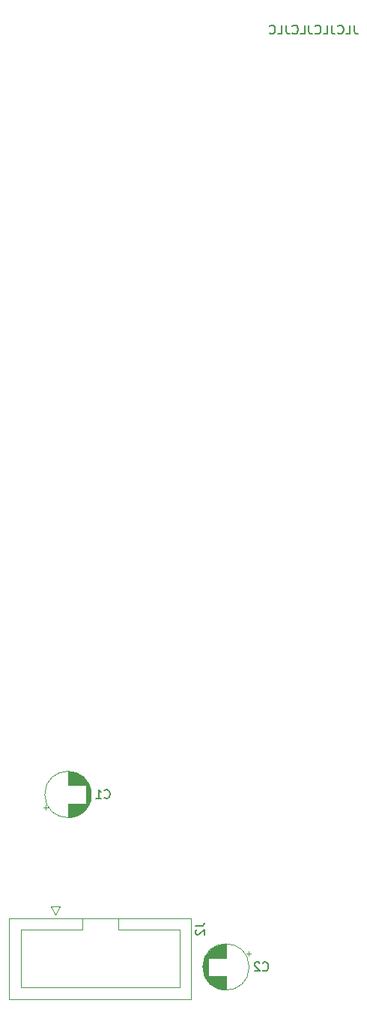
<source format=gbo>
G04 #@! TF.GenerationSoftware,KiCad,Pcbnew,7.0.7-7.0.7~ubuntu22.04.1*
G04 #@! TF.CreationDate,2023-10-13T14:43:32+01:00*
G04 #@! TF.ProjectId,Basic-DC-mixer,42617369-632d-4444-932d-6d697865722e,rev?*
G04 #@! TF.SameCoordinates,Original*
G04 #@! TF.FileFunction,Legend,Bot*
G04 #@! TF.FilePolarity,Positive*
%FSLAX46Y46*%
G04 Gerber Fmt 4.6, Leading zero omitted, Abs format (unit mm)*
G04 Created by KiCad (PCBNEW 7.0.7-7.0.7~ubuntu22.04.1) date 2023-10-13 14:43:32*
%MOMM*%
%LPD*%
G01*
G04 APERTURE LIST*
%ADD10C,0.150000*%
%ADD11C,0.120000*%
%ADD12C,4.000000*%
%ADD13C,1.800000*%
%ADD14R,1.930000X1.830000*%
%ADD15C,2.130000*%
%ADD16O,3.700000X2.400000*%
%ADD17C,1.600000*%
%ADD18O,1.600000X1.600000*%
%ADD19R,1.800000X1.800000*%
%ADD20R,1.600000X1.600000*%
%ADD21C,1.700000*%
G04 APERTURE END LIST*
D10*
X69119048Y-31454819D02*
X69119048Y-32169104D01*
X69119048Y-32169104D02*
X69166667Y-32311961D01*
X69166667Y-32311961D02*
X69261905Y-32407200D01*
X69261905Y-32407200D02*
X69404762Y-32454819D01*
X69404762Y-32454819D02*
X69500000Y-32454819D01*
X68166667Y-32454819D02*
X68642857Y-32454819D01*
X68642857Y-32454819D02*
X68642857Y-31454819D01*
X67261905Y-32359580D02*
X67309524Y-32407200D01*
X67309524Y-32407200D02*
X67452381Y-32454819D01*
X67452381Y-32454819D02*
X67547619Y-32454819D01*
X67547619Y-32454819D02*
X67690476Y-32407200D01*
X67690476Y-32407200D02*
X67785714Y-32311961D01*
X67785714Y-32311961D02*
X67833333Y-32216723D01*
X67833333Y-32216723D02*
X67880952Y-32026247D01*
X67880952Y-32026247D02*
X67880952Y-31883390D01*
X67880952Y-31883390D02*
X67833333Y-31692914D01*
X67833333Y-31692914D02*
X67785714Y-31597676D01*
X67785714Y-31597676D02*
X67690476Y-31502438D01*
X67690476Y-31502438D02*
X67547619Y-31454819D01*
X67547619Y-31454819D02*
X67452381Y-31454819D01*
X67452381Y-31454819D02*
X67309524Y-31502438D01*
X67309524Y-31502438D02*
X67261905Y-31550057D01*
X66547619Y-31454819D02*
X66547619Y-32169104D01*
X66547619Y-32169104D02*
X66595238Y-32311961D01*
X66595238Y-32311961D02*
X66690476Y-32407200D01*
X66690476Y-32407200D02*
X66833333Y-32454819D01*
X66833333Y-32454819D02*
X66928571Y-32454819D01*
X65595238Y-32454819D02*
X66071428Y-32454819D01*
X66071428Y-32454819D02*
X66071428Y-31454819D01*
X64690476Y-32359580D02*
X64738095Y-32407200D01*
X64738095Y-32407200D02*
X64880952Y-32454819D01*
X64880952Y-32454819D02*
X64976190Y-32454819D01*
X64976190Y-32454819D02*
X65119047Y-32407200D01*
X65119047Y-32407200D02*
X65214285Y-32311961D01*
X65214285Y-32311961D02*
X65261904Y-32216723D01*
X65261904Y-32216723D02*
X65309523Y-32026247D01*
X65309523Y-32026247D02*
X65309523Y-31883390D01*
X65309523Y-31883390D02*
X65261904Y-31692914D01*
X65261904Y-31692914D02*
X65214285Y-31597676D01*
X65214285Y-31597676D02*
X65119047Y-31502438D01*
X65119047Y-31502438D02*
X64976190Y-31454819D01*
X64976190Y-31454819D02*
X64880952Y-31454819D01*
X64880952Y-31454819D02*
X64738095Y-31502438D01*
X64738095Y-31502438D02*
X64690476Y-31550057D01*
X63976190Y-31454819D02*
X63976190Y-32169104D01*
X63976190Y-32169104D02*
X64023809Y-32311961D01*
X64023809Y-32311961D02*
X64119047Y-32407200D01*
X64119047Y-32407200D02*
X64261904Y-32454819D01*
X64261904Y-32454819D02*
X64357142Y-32454819D01*
X63023809Y-32454819D02*
X63499999Y-32454819D01*
X63499999Y-32454819D02*
X63499999Y-31454819D01*
X62119047Y-32359580D02*
X62166666Y-32407200D01*
X62166666Y-32407200D02*
X62309523Y-32454819D01*
X62309523Y-32454819D02*
X62404761Y-32454819D01*
X62404761Y-32454819D02*
X62547618Y-32407200D01*
X62547618Y-32407200D02*
X62642856Y-32311961D01*
X62642856Y-32311961D02*
X62690475Y-32216723D01*
X62690475Y-32216723D02*
X62738094Y-32026247D01*
X62738094Y-32026247D02*
X62738094Y-31883390D01*
X62738094Y-31883390D02*
X62690475Y-31692914D01*
X62690475Y-31692914D02*
X62642856Y-31597676D01*
X62642856Y-31597676D02*
X62547618Y-31502438D01*
X62547618Y-31502438D02*
X62404761Y-31454819D01*
X62404761Y-31454819D02*
X62309523Y-31454819D01*
X62309523Y-31454819D02*
X62166666Y-31502438D01*
X62166666Y-31502438D02*
X62119047Y-31550057D01*
X61404761Y-31454819D02*
X61404761Y-32169104D01*
X61404761Y-32169104D02*
X61452380Y-32311961D01*
X61452380Y-32311961D02*
X61547618Y-32407200D01*
X61547618Y-32407200D02*
X61690475Y-32454819D01*
X61690475Y-32454819D02*
X61785713Y-32454819D01*
X60452380Y-32454819D02*
X60928570Y-32454819D01*
X60928570Y-32454819D02*
X60928570Y-31454819D01*
X59547618Y-32359580D02*
X59595237Y-32407200D01*
X59595237Y-32407200D02*
X59738094Y-32454819D01*
X59738094Y-32454819D02*
X59833332Y-32454819D01*
X59833332Y-32454819D02*
X59976189Y-32407200D01*
X59976189Y-32407200D02*
X60071427Y-32311961D01*
X60071427Y-32311961D02*
X60119046Y-32216723D01*
X60119046Y-32216723D02*
X60166665Y-32026247D01*
X60166665Y-32026247D02*
X60166665Y-31883390D01*
X60166665Y-31883390D02*
X60119046Y-31692914D01*
X60119046Y-31692914D02*
X60071427Y-31597676D01*
X60071427Y-31597676D02*
X59976189Y-31502438D01*
X59976189Y-31502438D02*
X59833332Y-31454819D01*
X59833332Y-31454819D02*
X59738094Y-31454819D01*
X59738094Y-31454819D02*
X59595237Y-31502438D01*
X59595237Y-31502438D02*
X59547618Y-31550057D01*
X40866666Y-118759580D02*
X40914285Y-118807200D01*
X40914285Y-118807200D02*
X41057142Y-118854819D01*
X41057142Y-118854819D02*
X41152380Y-118854819D01*
X41152380Y-118854819D02*
X41295237Y-118807200D01*
X41295237Y-118807200D02*
X41390475Y-118711961D01*
X41390475Y-118711961D02*
X41438094Y-118616723D01*
X41438094Y-118616723D02*
X41485713Y-118426247D01*
X41485713Y-118426247D02*
X41485713Y-118283390D01*
X41485713Y-118283390D02*
X41438094Y-118092914D01*
X41438094Y-118092914D02*
X41390475Y-117997676D01*
X41390475Y-117997676D02*
X41295237Y-117902438D01*
X41295237Y-117902438D02*
X41152380Y-117854819D01*
X41152380Y-117854819D02*
X41057142Y-117854819D01*
X41057142Y-117854819D02*
X40914285Y-117902438D01*
X40914285Y-117902438D02*
X40866666Y-117950057D01*
X39914285Y-118854819D02*
X40485713Y-118854819D01*
X40199999Y-118854819D02*
X40199999Y-117854819D01*
X40199999Y-117854819D02*
X40295237Y-117997676D01*
X40295237Y-117997676D02*
X40390475Y-118092914D01*
X40390475Y-118092914D02*
X40485713Y-118140533D01*
X58766666Y-138259580D02*
X58814285Y-138307200D01*
X58814285Y-138307200D02*
X58957142Y-138354819D01*
X58957142Y-138354819D02*
X59052380Y-138354819D01*
X59052380Y-138354819D02*
X59195237Y-138307200D01*
X59195237Y-138307200D02*
X59290475Y-138211961D01*
X59290475Y-138211961D02*
X59338094Y-138116723D01*
X59338094Y-138116723D02*
X59385713Y-137926247D01*
X59385713Y-137926247D02*
X59385713Y-137783390D01*
X59385713Y-137783390D02*
X59338094Y-137592914D01*
X59338094Y-137592914D02*
X59290475Y-137497676D01*
X59290475Y-137497676D02*
X59195237Y-137402438D01*
X59195237Y-137402438D02*
X59052380Y-137354819D01*
X59052380Y-137354819D02*
X58957142Y-137354819D01*
X58957142Y-137354819D02*
X58814285Y-137402438D01*
X58814285Y-137402438D02*
X58766666Y-137450057D01*
X58385713Y-137450057D02*
X58338094Y-137402438D01*
X58338094Y-137402438D02*
X58242856Y-137354819D01*
X58242856Y-137354819D02*
X58004761Y-137354819D01*
X58004761Y-137354819D02*
X57909523Y-137402438D01*
X57909523Y-137402438D02*
X57861904Y-137450057D01*
X57861904Y-137450057D02*
X57814285Y-137545295D01*
X57814285Y-137545295D02*
X57814285Y-137640533D01*
X57814285Y-137640533D02*
X57861904Y-137783390D01*
X57861904Y-137783390D02*
X58433332Y-138354819D01*
X58433332Y-138354819D02*
X57814285Y-138354819D01*
X51154819Y-133266666D02*
X51869104Y-133266666D01*
X51869104Y-133266666D02*
X52011961Y-133219047D01*
X52011961Y-133219047D02*
X52107200Y-133123809D01*
X52107200Y-133123809D02*
X52154819Y-132980952D01*
X52154819Y-132980952D02*
X52154819Y-132885714D01*
X51250057Y-133695238D02*
X51202438Y-133742857D01*
X51202438Y-133742857D02*
X51154819Y-133838095D01*
X51154819Y-133838095D02*
X51154819Y-134076190D01*
X51154819Y-134076190D02*
X51202438Y-134171428D01*
X51202438Y-134171428D02*
X51250057Y-134219047D01*
X51250057Y-134219047D02*
X51345295Y-134266666D01*
X51345295Y-134266666D02*
X51440533Y-134266666D01*
X51440533Y-134266666D02*
X51583390Y-134219047D01*
X51583390Y-134219047D02*
X52154819Y-133647619D01*
X52154819Y-133647619D02*
X52154819Y-134266666D01*
D11*
X33940113Y-119875000D02*
X34440113Y-119875000D01*
X34190113Y-120125000D02*
X34190113Y-119625000D01*
X36744888Y-117360000D02*
X36744888Y-115820000D01*
X36744888Y-120980000D02*
X36744888Y-119440000D01*
X36784888Y-117360000D02*
X36784888Y-115820000D01*
X36784888Y-120980000D02*
X36784888Y-119440000D01*
X36824888Y-117360000D02*
X36824888Y-115821000D01*
X36824888Y-120979000D02*
X36824888Y-119440000D01*
X36864888Y-117360000D02*
X36864888Y-115822000D01*
X36864888Y-120978000D02*
X36864888Y-119440000D01*
X36904888Y-117360000D02*
X36904888Y-115824000D01*
X36904888Y-120976000D02*
X36904888Y-119440000D01*
X36944888Y-117360000D02*
X36944888Y-115827000D01*
X36944888Y-120973000D02*
X36944888Y-119440000D01*
X36984888Y-117360000D02*
X36984888Y-115831000D01*
X36984888Y-120969000D02*
X36984888Y-119440000D01*
X37024888Y-117360000D02*
X37024888Y-115835000D01*
X37024888Y-120965000D02*
X37024888Y-119440000D01*
X37064888Y-117360000D02*
X37064888Y-115839000D01*
X37064888Y-120961000D02*
X37064888Y-119440000D01*
X37104888Y-117360000D02*
X37104888Y-115844000D01*
X37104888Y-120956000D02*
X37104888Y-119440000D01*
X37144888Y-117360000D02*
X37144888Y-115850000D01*
X37144888Y-120950000D02*
X37144888Y-119440000D01*
X37184888Y-117360000D02*
X37184888Y-115857000D01*
X37184888Y-120943000D02*
X37184888Y-119440000D01*
X37224888Y-117360000D02*
X37224888Y-115864000D01*
X37224888Y-120936000D02*
X37224888Y-119440000D01*
X37264888Y-117360000D02*
X37264888Y-115872000D01*
X37264888Y-120928000D02*
X37264888Y-119440000D01*
X37304888Y-117360000D02*
X37304888Y-115880000D01*
X37304888Y-120920000D02*
X37304888Y-119440000D01*
X37344888Y-117360000D02*
X37344888Y-115889000D01*
X37344888Y-120911000D02*
X37344888Y-119440000D01*
X37384888Y-117360000D02*
X37384888Y-115899000D01*
X37384888Y-120901000D02*
X37384888Y-119440000D01*
X37424888Y-117360000D02*
X37424888Y-115909000D01*
X37424888Y-120891000D02*
X37424888Y-119440000D01*
X37465888Y-117360000D02*
X37465888Y-115920000D01*
X37465888Y-120880000D02*
X37465888Y-119440000D01*
X37505888Y-117360000D02*
X37505888Y-115932000D01*
X37505888Y-120868000D02*
X37505888Y-119440000D01*
X37545888Y-117360000D02*
X37545888Y-115945000D01*
X37545888Y-120855000D02*
X37545888Y-119440000D01*
X37585888Y-117360000D02*
X37585888Y-115958000D01*
X37585888Y-120842000D02*
X37585888Y-119440000D01*
X37625888Y-117360000D02*
X37625888Y-115972000D01*
X37625888Y-120828000D02*
X37625888Y-119440000D01*
X37665888Y-117360000D02*
X37665888Y-115986000D01*
X37665888Y-120814000D02*
X37665888Y-119440000D01*
X37705888Y-117360000D02*
X37705888Y-116002000D01*
X37705888Y-120798000D02*
X37705888Y-119440000D01*
X37745888Y-117360000D02*
X37745888Y-116018000D01*
X37745888Y-120782000D02*
X37745888Y-119440000D01*
X37785888Y-117360000D02*
X37785888Y-116035000D01*
X37785888Y-120765000D02*
X37785888Y-119440000D01*
X37825888Y-117360000D02*
X37825888Y-116052000D01*
X37825888Y-120748000D02*
X37825888Y-119440000D01*
X37865888Y-117360000D02*
X37865888Y-116071000D01*
X37865888Y-120729000D02*
X37865888Y-119440000D01*
X37905888Y-117360000D02*
X37905888Y-116090000D01*
X37905888Y-120710000D02*
X37905888Y-119440000D01*
X37945888Y-117360000D02*
X37945888Y-116110000D01*
X37945888Y-120690000D02*
X37945888Y-119440000D01*
X37985888Y-117360000D02*
X37985888Y-116132000D01*
X37985888Y-120668000D02*
X37985888Y-119440000D01*
X38025888Y-117360000D02*
X38025888Y-116153000D01*
X38025888Y-120647000D02*
X38025888Y-119440000D01*
X38065888Y-117360000D02*
X38065888Y-116176000D01*
X38065888Y-120624000D02*
X38065888Y-119440000D01*
X38105888Y-117360000D02*
X38105888Y-116200000D01*
X38105888Y-120600000D02*
X38105888Y-119440000D01*
X38145888Y-117360000D02*
X38145888Y-116225000D01*
X38145888Y-120575000D02*
X38145888Y-119440000D01*
X38185888Y-117360000D02*
X38185888Y-116251000D01*
X38185888Y-120549000D02*
X38185888Y-119440000D01*
X38225888Y-117360000D02*
X38225888Y-116278000D01*
X38225888Y-120522000D02*
X38225888Y-119440000D01*
X38265888Y-117360000D02*
X38265888Y-116305000D01*
X38265888Y-120495000D02*
X38265888Y-119440000D01*
X38305888Y-117360000D02*
X38305888Y-116335000D01*
X38305888Y-120465000D02*
X38305888Y-119440000D01*
X38345888Y-117360000D02*
X38345888Y-116365000D01*
X38345888Y-120435000D02*
X38345888Y-119440000D01*
X38385888Y-117360000D02*
X38385888Y-116396000D01*
X38385888Y-120404000D02*
X38385888Y-119440000D01*
X38425888Y-117360000D02*
X38425888Y-116429000D01*
X38425888Y-120371000D02*
X38425888Y-119440000D01*
X38465888Y-117360000D02*
X38465888Y-116463000D01*
X38465888Y-120337000D02*
X38465888Y-119440000D01*
X38505888Y-117360000D02*
X38505888Y-116499000D01*
X38505888Y-120301000D02*
X38505888Y-119440000D01*
X38545888Y-117360000D02*
X38545888Y-116536000D01*
X38545888Y-120264000D02*
X38545888Y-119440000D01*
X38585888Y-117360000D02*
X38585888Y-116574000D01*
X38585888Y-120226000D02*
X38585888Y-119440000D01*
X38625888Y-117360000D02*
X38625888Y-116615000D01*
X38625888Y-120185000D02*
X38625888Y-119440000D01*
X38665888Y-117360000D02*
X38665888Y-116657000D01*
X38665888Y-120143000D02*
X38665888Y-119440000D01*
X38705888Y-117360000D02*
X38705888Y-116701000D01*
X38705888Y-120099000D02*
X38705888Y-119440000D01*
X38745888Y-117360000D02*
X38745888Y-116747000D01*
X38745888Y-120053000D02*
X38745888Y-119440000D01*
X38785888Y-120005000D02*
X38785888Y-116795000D01*
X38825888Y-119954000D02*
X38825888Y-116846000D01*
X38865888Y-119900000D02*
X38865888Y-116900000D01*
X38905888Y-119843000D02*
X38905888Y-116957000D01*
X38945888Y-119783000D02*
X38945888Y-117017000D01*
X38985888Y-119719000D02*
X38985888Y-117081000D01*
X39025888Y-119651000D02*
X39025888Y-117149000D01*
X39065888Y-119578000D02*
X39065888Y-117222000D01*
X39105888Y-119498000D02*
X39105888Y-117302000D01*
X39145888Y-119411000D02*
X39145888Y-117389000D01*
X39185888Y-119315000D02*
X39185888Y-117485000D01*
X39225888Y-119205000D02*
X39225888Y-117595000D01*
X39265888Y-119077000D02*
X39265888Y-117723000D01*
X39305888Y-118918000D02*
X39305888Y-117882000D01*
X39345888Y-118684000D02*
X39345888Y-118116000D01*
X39364888Y-118400000D02*
G75*
G03*
X39364888Y-118400000I-2620000J0D01*
G01*
X57404775Y-136425000D02*
X56904775Y-136425000D01*
X57154775Y-136175000D02*
X57154775Y-136675000D01*
X54600000Y-138940000D02*
X54600000Y-140480000D01*
X54600000Y-135320000D02*
X54600000Y-136860000D01*
X54560000Y-138940000D02*
X54560000Y-140480000D01*
X54560000Y-135320000D02*
X54560000Y-136860000D01*
X54520000Y-138940000D02*
X54520000Y-140479000D01*
X54520000Y-135321000D02*
X54520000Y-136860000D01*
X54480000Y-138940000D02*
X54480000Y-140478000D01*
X54480000Y-135322000D02*
X54480000Y-136860000D01*
X54440000Y-138940000D02*
X54440000Y-140476000D01*
X54440000Y-135324000D02*
X54440000Y-136860000D01*
X54400000Y-138940000D02*
X54400000Y-140473000D01*
X54400000Y-135327000D02*
X54400000Y-136860000D01*
X54360000Y-138940000D02*
X54360000Y-140469000D01*
X54360000Y-135331000D02*
X54360000Y-136860000D01*
X54320000Y-138940000D02*
X54320000Y-140465000D01*
X54320000Y-135335000D02*
X54320000Y-136860000D01*
X54280000Y-138940000D02*
X54280000Y-140461000D01*
X54280000Y-135339000D02*
X54280000Y-136860000D01*
X54240000Y-138940000D02*
X54240000Y-140456000D01*
X54240000Y-135344000D02*
X54240000Y-136860000D01*
X54200000Y-138940000D02*
X54200000Y-140450000D01*
X54200000Y-135350000D02*
X54200000Y-136860000D01*
X54160000Y-138940000D02*
X54160000Y-140443000D01*
X54160000Y-135357000D02*
X54160000Y-136860000D01*
X54120000Y-138940000D02*
X54120000Y-140436000D01*
X54120000Y-135364000D02*
X54120000Y-136860000D01*
X54080000Y-138940000D02*
X54080000Y-140428000D01*
X54080000Y-135372000D02*
X54080000Y-136860000D01*
X54040000Y-138940000D02*
X54040000Y-140420000D01*
X54040000Y-135380000D02*
X54040000Y-136860000D01*
X54000000Y-138940000D02*
X54000000Y-140411000D01*
X54000000Y-135389000D02*
X54000000Y-136860000D01*
X53960000Y-138940000D02*
X53960000Y-140401000D01*
X53960000Y-135399000D02*
X53960000Y-136860000D01*
X53920000Y-138940000D02*
X53920000Y-140391000D01*
X53920000Y-135409000D02*
X53920000Y-136860000D01*
X53879000Y-138940000D02*
X53879000Y-140380000D01*
X53879000Y-135420000D02*
X53879000Y-136860000D01*
X53839000Y-138940000D02*
X53839000Y-140368000D01*
X53839000Y-135432000D02*
X53839000Y-136860000D01*
X53799000Y-138940000D02*
X53799000Y-140355000D01*
X53799000Y-135445000D02*
X53799000Y-136860000D01*
X53759000Y-138940000D02*
X53759000Y-140342000D01*
X53759000Y-135458000D02*
X53759000Y-136860000D01*
X53719000Y-138940000D02*
X53719000Y-140328000D01*
X53719000Y-135472000D02*
X53719000Y-136860000D01*
X53679000Y-138940000D02*
X53679000Y-140314000D01*
X53679000Y-135486000D02*
X53679000Y-136860000D01*
X53639000Y-138940000D02*
X53639000Y-140298000D01*
X53639000Y-135502000D02*
X53639000Y-136860000D01*
X53599000Y-138940000D02*
X53599000Y-140282000D01*
X53599000Y-135518000D02*
X53599000Y-136860000D01*
X53559000Y-138940000D02*
X53559000Y-140265000D01*
X53559000Y-135535000D02*
X53559000Y-136860000D01*
X53519000Y-138940000D02*
X53519000Y-140248000D01*
X53519000Y-135552000D02*
X53519000Y-136860000D01*
X53479000Y-138940000D02*
X53479000Y-140229000D01*
X53479000Y-135571000D02*
X53479000Y-136860000D01*
X53439000Y-138940000D02*
X53439000Y-140210000D01*
X53439000Y-135590000D02*
X53439000Y-136860000D01*
X53399000Y-138940000D02*
X53399000Y-140190000D01*
X53399000Y-135610000D02*
X53399000Y-136860000D01*
X53359000Y-138940000D02*
X53359000Y-140168000D01*
X53359000Y-135632000D02*
X53359000Y-136860000D01*
X53319000Y-138940000D02*
X53319000Y-140147000D01*
X53319000Y-135653000D02*
X53319000Y-136860000D01*
X53279000Y-138940000D02*
X53279000Y-140124000D01*
X53279000Y-135676000D02*
X53279000Y-136860000D01*
X53239000Y-138940000D02*
X53239000Y-140100000D01*
X53239000Y-135700000D02*
X53239000Y-136860000D01*
X53199000Y-138940000D02*
X53199000Y-140075000D01*
X53199000Y-135725000D02*
X53199000Y-136860000D01*
X53159000Y-138940000D02*
X53159000Y-140049000D01*
X53159000Y-135751000D02*
X53159000Y-136860000D01*
X53119000Y-138940000D02*
X53119000Y-140022000D01*
X53119000Y-135778000D02*
X53119000Y-136860000D01*
X53079000Y-138940000D02*
X53079000Y-139995000D01*
X53079000Y-135805000D02*
X53079000Y-136860000D01*
X53039000Y-138940000D02*
X53039000Y-139965000D01*
X53039000Y-135835000D02*
X53039000Y-136860000D01*
X52999000Y-138940000D02*
X52999000Y-139935000D01*
X52999000Y-135865000D02*
X52999000Y-136860000D01*
X52959000Y-138940000D02*
X52959000Y-139904000D01*
X52959000Y-135896000D02*
X52959000Y-136860000D01*
X52919000Y-138940000D02*
X52919000Y-139871000D01*
X52919000Y-135929000D02*
X52919000Y-136860000D01*
X52879000Y-138940000D02*
X52879000Y-139837000D01*
X52879000Y-135963000D02*
X52879000Y-136860000D01*
X52839000Y-138940000D02*
X52839000Y-139801000D01*
X52839000Y-135999000D02*
X52839000Y-136860000D01*
X52799000Y-138940000D02*
X52799000Y-139764000D01*
X52799000Y-136036000D02*
X52799000Y-136860000D01*
X52759000Y-138940000D02*
X52759000Y-139726000D01*
X52759000Y-136074000D02*
X52759000Y-136860000D01*
X52719000Y-138940000D02*
X52719000Y-139685000D01*
X52719000Y-136115000D02*
X52719000Y-136860000D01*
X52679000Y-138940000D02*
X52679000Y-139643000D01*
X52679000Y-136157000D02*
X52679000Y-136860000D01*
X52639000Y-138940000D02*
X52639000Y-139599000D01*
X52639000Y-136201000D02*
X52639000Y-136860000D01*
X52599000Y-138940000D02*
X52599000Y-139553000D01*
X52599000Y-136247000D02*
X52599000Y-136860000D01*
X52559000Y-136295000D02*
X52559000Y-139505000D01*
X52519000Y-136346000D02*
X52519000Y-139454000D01*
X52479000Y-136400000D02*
X52479000Y-139400000D01*
X52439000Y-136457000D02*
X52439000Y-139343000D01*
X52399000Y-136517000D02*
X52399000Y-139283000D01*
X52359000Y-136581000D02*
X52359000Y-139219000D01*
X52319000Y-136649000D02*
X52319000Y-139151000D01*
X52279000Y-136722000D02*
X52279000Y-139078000D01*
X52239000Y-136802000D02*
X52239000Y-138998000D01*
X52199000Y-136889000D02*
X52199000Y-138911000D01*
X52159000Y-136985000D02*
X52159000Y-138815000D01*
X52119000Y-137095000D02*
X52119000Y-138705000D01*
X52079000Y-137223000D02*
X52079000Y-138577000D01*
X52039000Y-137382000D02*
X52039000Y-138418000D01*
X51999000Y-137616000D02*
X51999000Y-138184000D01*
X57220000Y-137900000D02*
G75*
G03*
X57220000Y-137900000I-2620000J0D01*
G01*
X35820000Y-131020000D02*
X35320000Y-132020000D01*
X34820000Y-131020000D02*
X35820000Y-131020000D01*
X35320000Y-132020000D02*
X34820000Y-131020000D01*
X50690000Y-132410000D02*
X30110000Y-132410000D01*
X38350000Y-132410000D02*
X38350000Y-133720000D01*
X30110000Y-132410000D02*
X30110000Y-141530000D01*
X49390000Y-133720000D02*
X42450000Y-133720000D01*
X42450000Y-133720000D02*
X42450000Y-132410000D01*
X42450000Y-133720000D02*
X42450000Y-133720000D01*
X38350000Y-133720000D02*
X31410000Y-133720000D01*
X31410000Y-133720000D02*
X31410000Y-140220000D01*
X49390000Y-140220000D02*
X49390000Y-133720000D01*
X31410000Y-140220000D02*
X49390000Y-140220000D01*
X50690000Y-141530000D02*
X50690000Y-132410000D01*
X30110000Y-141530000D02*
X50690000Y-141530000D01*
%LPC*%
D12*
X56600000Y-85550000D03*
X65400000Y-85550000D03*
D13*
X58500000Y-92550000D03*
X61000000Y-92550000D03*
X63500000Y-92550000D03*
D12*
X56600000Y-108050000D03*
X65400000Y-108050000D03*
D13*
X58500000Y-115050000D03*
X61000000Y-115050000D03*
X63500000Y-115050000D03*
D14*
X55000000Y-122000000D03*
D15*
X55000000Y-133400000D03*
X55000000Y-125100000D03*
D16*
X44100000Y-102800000D03*
X44100000Y-107500000D03*
X44100000Y-112200000D03*
X48900000Y-102800000D03*
X48900000Y-107500000D03*
X48900000Y-112200000D03*
D17*
X42400000Y-131580000D03*
D18*
X42400000Y-121420000D03*
D19*
X45225000Y-72500000D03*
D13*
X47765000Y-72500000D03*
D17*
X68080000Y-118500000D03*
D18*
X57920000Y-118500000D03*
D17*
X68080000Y-96000000D03*
D18*
X57920000Y-96000000D03*
D12*
X56600000Y-63050000D03*
X65400000Y-63050000D03*
D13*
X58500000Y-70050000D03*
X61000000Y-70050000D03*
X63500000Y-70050000D03*
D17*
X31920000Y-48500000D03*
D18*
X42080000Y-48500000D03*
D14*
X35500000Y-56000000D03*
D15*
X35500000Y-67400000D03*
X35500000Y-59100000D03*
D17*
X31920000Y-116000000D03*
D18*
X42080000Y-116000000D03*
D19*
X45225000Y-95000000D03*
D13*
X47765000Y-95000000D03*
D14*
X35500000Y-78500000D03*
D15*
X35500000Y-89900000D03*
X35500000Y-81600000D03*
D14*
X35500000Y-101000000D03*
D15*
X35500000Y-112400000D03*
X35500000Y-104100000D03*
D17*
X31920000Y-71000000D03*
D18*
X42080000Y-71000000D03*
D14*
X35500000Y-33500000D03*
D15*
X35500000Y-44900000D03*
X35500000Y-36600000D03*
D17*
X48400000Y-131580000D03*
D18*
X48400000Y-121420000D03*
D16*
X44100000Y-35300000D03*
X44100000Y-40000000D03*
X44100000Y-44700000D03*
X48900000Y-35300000D03*
X48900000Y-40000000D03*
X48900000Y-44700000D03*
D12*
X56600000Y-40550000D03*
X65400000Y-40550000D03*
D13*
X58500000Y-47550000D03*
X61000000Y-47550000D03*
X63500000Y-47550000D03*
D17*
X31920000Y-93500000D03*
D18*
X42080000Y-93500000D03*
D19*
X45225000Y-117500000D03*
D13*
X47765000Y-117500000D03*
D17*
X68080000Y-73500000D03*
D18*
X57920000Y-73500000D03*
D17*
X68080000Y-51000000D03*
D18*
X57920000Y-51000000D03*
D16*
X44100000Y-80300000D03*
X44100000Y-85000000D03*
X44100000Y-89700000D03*
X48900000Y-80300000D03*
X48900000Y-85000000D03*
X48900000Y-89700000D03*
X44100000Y-57800000D03*
X44100000Y-62500000D03*
X44100000Y-67200000D03*
X48900000Y-57800000D03*
X48900000Y-62500000D03*
X48900000Y-67200000D03*
D17*
X45400000Y-121420000D03*
D18*
X45400000Y-131580000D03*
D14*
X65000000Y-122000000D03*
D15*
X65000000Y-133400000D03*
X65000000Y-125100000D03*
D19*
X45225000Y-50000000D03*
D13*
X47765000Y-50000000D03*
D20*
X31700000Y-129600000D03*
D18*
X34240000Y-129600000D03*
X36780000Y-129600000D03*
X39320000Y-129600000D03*
X39320000Y-121980000D03*
X36780000Y-121980000D03*
X34240000Y-121980000D03*
X31700000Y-121980000D03*
D20*
X35744888Y-118400000D03*
D17*
X37744888Y-118400000D03*
D20*
X55600000Y-137900000D03*
D17*
X53600000Y-137900000D03*
G36*
G01*
X34720000Y-134850000D02*
X35920000Y-134850000D01*
G75*
G02*
X36170000Y-135100000I0J-250000D01*
G01*
X36170000Y-136300000D01*
G75*
G02*
X35920000Y-136550000I-250000J0D01*
G01*
X34720000Y-136550000D01*
G75*
G02*
X34470000Y-136300000I0J250000D01*
G01*
X34470000Y-135100000D01*
G75*
G02*
X34720000Y-134850000I250000J0D01*
G01*
G37*
D21*
X35320000Y-138240000D03*
X37860000Y-135700000D03*
X37860000Y-138240000D03*
X40400000Y-135700000D03*
X40400000Y-138240000D03*
X42940000Y-135700000D03*
X42940000Y-138240000D03*
X45480000Y-135700000D03*
X45480000Y-138240000D03*
%LPD*%
M02*

</source>
